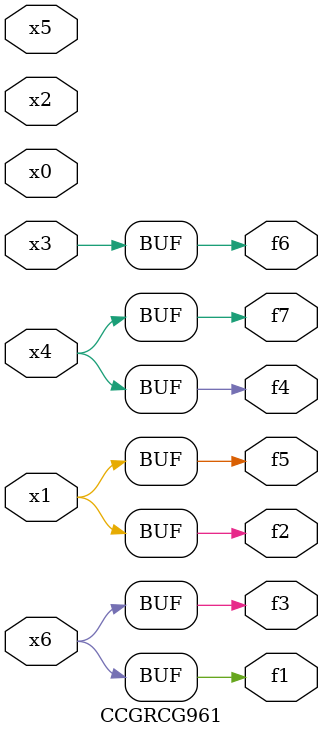
<source format=v>
module CCGRCG961(
	input x0, x1, x2, x3, x4, x5, x6,
	output f1, f2, f3, f4, f5, f6, f7
);
	assign f1 = x6;
	assign f2 = x1;
	assign f3 = x6;
	assign f4 = x4;
	assign f5 = x1;
	assign f6 = x3;
	assign f7 = x4;
endmodule

</source>
